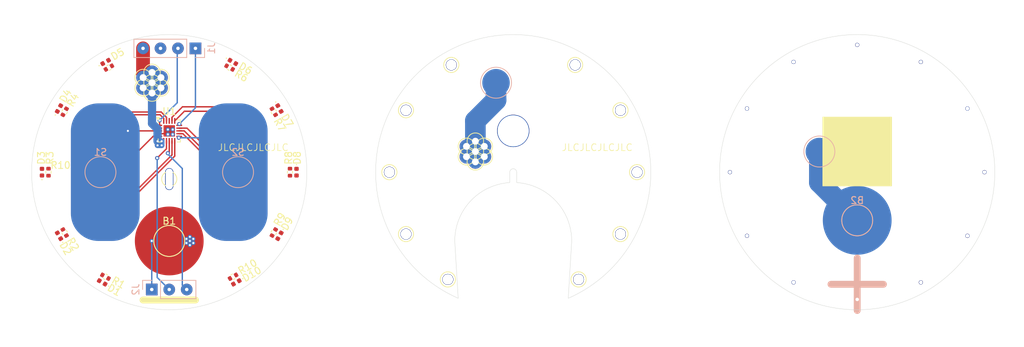
<source format=kicad_pcb>
(kicad_pcb (version 20240108) (generator "pcbnew") (generator_version "8.0")
  (layers (0 "F.Cu" signal) (31 "B.Cu" signal) (34 "B.Paste" user) (35 "F.Paste" user) (36 "B.SilkS" user "B.Silkscreen") (37 "F.SilkS" user "F.Silkscreen") (38 "B.Mask" user) (39 "F.Mask" user) (44 "Edge.Cuts" user))
  (net 0 "")
  (net 1 "GND")
  (net 2 "+3V0")
  (net 3 "Net-(D2-A)")
  (net 4 "Net-(D3-A)")
  (net 5 "Net-(D4-A)")
  (net 6 "Net-(D5-A)")
  (net 7 "Net-(D6-A)")
  (net 8 "Net-(D10-A)")
  (net 9 "Net-(D9-A)")
  (net 10 "Net-(D8-A)")
  (net 11 "/LED7")
  (net 12 "/LED6")
  (net 13 "/LED5")
  (net 14 "/LED4")
  (net 15 "/NRST")
  (net 16 "/SWIO")
  (net 17 "/LED10")
  (net 18 "/LED9")
  (net 19 "/LED8")
  (net 20 "/LED3")
  (net 21 "/LED2")
  (net 22 "/LED1")
  (net 25 "/RX")
  (net 26 "/TX")
  (net 27 "/touch2")
  (net 28 "/touch1")
  (net 29 "VSS")
  (footprint "TestPoint:TestPoint_THTPad_D1.0mm_Drill0.5mm" (layer "F.Cu") (at 133.97853 40.75 120)
    (property "Reference" "T51" (hide yes))
    (property "Value" "TestPoint_THTPad_D1.0mm_Drill0.5mm" (hide yes))
    (pad "1" thru_hole circle (at 0 0 120) (size 0.6 0.6) (drill 0.5) (layers "*.Cu" "*.Mask") (net 1 "GND"))
  )
  (footprint "TestPoint:TestPoint_THTPad_3.0x3.0mm_Drill1.5mm" (layer "F.Cu") (at 100 44)
    (property "Reference" "T1" (hide yes))
    (property "Value" "TestPoint_THTPad_3.0x3.0mm_Drill1.5mm" (hide yes))
    (fp_circle (center 0 0) (end 1.1 0) (stroke (width 0.12)) (fill none) (layer "F.SilkS"))
    (pad "1" thru_hole circle (at 0 0) (size 4.7 4.7) (drill 4.5) (layers "*.Cu" "*.Mask") (net 1 "GND"))
  )
  (footprint "TestPoint:TestPoint_THTPad_D1.0mm_Drill0.5mm" (layer "F.Cu") (at 150 68.5 -120)
    (property "Reference" "T47" (hide yes))
    (property "Value" "TestPoint_THTPad_D1.0mm_Drill0.5mm" (hide yes))
    (pad "1" thru_hole circle (at 0 0 240) (size 0.6 0.6) (drill 0.5) (layers "*.Cu" "*.Mask") (net 1 "GND"))
  )
  (footprint "Resistor_SMD:R_0402_1005Metric" (layer "F.Cu") (at 40.725 65.198745 150)
    (property "Reference" "R1" (at -1 0.2 150) (layer "F.SilkS") (effects (justify left)))
    (property "Value" "47R")
    (fp_line (start -0.153641 -0.38) (end 0.153641 -0.38) (stroke (width 0.12)) (layer "F.SilkS"))
    (fp_line (start -0.153641 0.38) (end 0.153641 0.38) (stroke (width 0.12)) (layer "F.SilkS"))
    (pad "1" smd roundrect (at -0.51 0 150) (size 0.54 0.64) (layers "F.Cu" "F.Paste" "F.Mask") (net 19 "/LED8"))
    (pad "2" smd roundrect (at 0.51 0 150) (size 0.54 0.64) (layers "F.Cu" "F.Paste" "F.Mask") (net 10 "Net-(D8-A)"))
  )
  (footprint "TestPoint:TestPoint_THTPad_D1.0mm_Drill0.5mm" (layer "F.Cu") (at 166.021469 40.75)
    (property "Reference" "T43" (hide yes))
    (property "Value" "TestPoint_THTPad_D1.0mm_Drill0.5mm" (hide yes))
    (pad "1" thru_hole circle (at 0 0) (size 0.6 0.6) (drill 0.5) (layers "*.Cu" "*.Mask") (net 1 "GND"))
  )
  (footprint "LED_SMD:LED_0402_1005Metric" (layer "F.Cu") (at 33.97853 59.25 120)
    (property "Reference" "D2" (at -0.999999 -0.1 120) (layer "F.SilkS") (effects (justify left)))
    (property "Value" "LED")
    (fp_circle (center -1.09 0) (end -1.04 0) (stroke (width 0.1)) (fill none) (layer "F.SilkS"))
    (pad "1" smd roundrect (at -0.485 0 120) (size 0.59 0.64) (layers "F.Cu" "F.Paste" "F.Mask") (net 1 "GND"))
    (pad "2" smd roundrect (at 0.485 0 120) (size 0.59 0.64) (layers "F.Cu" "F.Paste" "F.Mask") (net 9 "Net-(D9-A)"))
  )
  (footprint "TestPoint:TestPoint_THTPad_3.0x3.0mm_Drill1.5mm" (layer "F.Cu") (at 90.5 65.588457 -150)
    (property "Reference" "T18" (hide yes))
    (property "Value" "TestPoint_THTPad_3.0x3.0mm_Drill1.5mm" (hide yes))
    (fp_circle (center 0 0) (end 1.1 0) (stroke (width 0.12)) (fill none) (layer "F.SilkS"))
    (pad "1" thru_hole circle (at 0 0 210) (size 1.6 1.6) (drill 1.5) (layers "*.Cu" "*.Mask") (net 1 "GND"))
  )
  (footprint "TestPoint:TestPoint_THTPad_3.0x3.0mm_Drill1.5mm" (layer "F.Cu") (at 109.5 65.588457 -90)
    (property "Reference" "T16" (hide yes))
    (property "Value" "TestPoint_THTPad_3.0x3.0mm_Drill1.5mm" (hide yes))
    (fp_circle (center 0 0) (end 1.1 0) (stroke (width 0.12)) (fill none) (layer "F.SilkS"))
    (pad "1" thru_hole circle (at 0 0 270) (size 1.6 1.6) (drill 1.5) (layers "*.Cu" "*.Mask") (net 1 "GND"))
  )
  (footprint "TestPoint:TestPoint_THTPad_3.0x3.0mm_Drill1.5mm" (layer "F.Cu") (at 82 50 150)
    (property "Reference" "T20" (hide yes))
    (property "Value" "TestPoint_THTPad_3.0x3.0mm_Drill1.5mm" (hide yes))
    (fp_circle (center 0 0) (end 1.1 0) (stroke (width 0.12)) (fill none) (layer "F.SilkS"))
    (pad "1" thru_hole circle (at 0 0 150) (size 1.6 1.6) (drill 1.5) (layers "*.Cu" "*.Mask") (net 1 "GND"))
  )
  (footprint "TestPoint:TestPoint_THTPad_D2.0mm_Drill1.0mm" (layer "F.Cu") (at 94.5 45.5)
    (property "Reference" "T51" (hide yes))
    (property "Value" "TestPoint_THTPad_D2.0mm_Drill1.0mm" (hide yes))
    (fp_circle (center 0 0) (end 0 1.2) (stroke (width 0.12)) (fill none) (layer "F.SilkS"))
    (pad "1" thru_hole circle (at 0 0) (size 2 2) (drill 1) (layers "*.Cu" "*.Mask") (net 2 "+3V0"))
  )
  (footprint "Resistor_SMD:R_0402_1005Metric" (layer "F.Cu") (at 34.801254 58.775 120)
    (property "Reference" "R2" (at -1 0.2 120) (layer "F.SilkS") (effects (justify left)))
    (property "Value" "47R")
    (fp_line (start -0.153641 -0.38) (end 0.153641 -0.38) (stroke (width 0.12)) (layer "F.SilkS"))
    (fp_line (start -0.153641 0.38) (end 0.153641 0.38) (stroke (width 0.12)) (layer "F.SilkS"))
    (pad "1" smd roundrect (at -0.51 0 120) (size 0.54 0.64) (layers "F.Cu" "F.Paste" "F.Mask") (net 18 "/LED9"))
    (pad "2" smd roundrect (at 0.51 0 120) (size 0.54 0.64) (layers "F.Cu" "F.Paste" "F.Mask") (net 9 "Net-(D9-A)"))
  )
  (footprint "LED_SMD:LED_0402_1005Metric" (layer "F.Cu") (at 40.25 66.021469 150)
    (property "Reference" "D1" (at -1 -0.100001 150) (layer "F.SilkS") (effects (justify left)))
    (property "Value" "LED")
    (fp_circle (center -1.09 0) (end -1.04 0) (stroke (width 0.1)) (fill none) (layer "F.SilkS"))
    (pad "1" smd roundrect (at -0.485 0 150) (size 0.59 0.64) (layers "F.Cu" "F.Paste" "F.Mask") (net 1 "GND"))
    (pad "2" smd roundrect (at 0.485 0 150) (size 0.59 0.64) (layers "F.Cu" "F.Paste" "F.Mask") (net 10 "Net-(D8-A)"))
  )
  (footprint "TestPoint:TestPoint_THTPad_3.0x3.0mm_Drill1.5mm" (layer "F.Cu") (at 84.411542 59 180)
    (property "Reference" "T19" (hide yes))
    (property "Value" "TestPoint_THTPad_3.0x3.0mm_Drill1.5mm" (hide yes))
    (fp_circle (center 0 0) (end 1.1 0) (stroke (width 0.12)) (fill none) (layer "F.SilkS"))
    (pad "1" thru_hole circle (at 0 0 180) (size 1.6 1.6) (drill 1.5) (layers "*.Cu" "*.Mask") (net 1 "GND"))
  )
  (footprint "Package_DFN_QFN:QFN-20-1EP_3x3mm_P0.4mm_EP1.65x1.65mm" (layer "F.Cu") (at 50 44)
    (property "Reference" "U1" (at 0 -2.83 0) (layer "F.SilkS"))
    (property "Value" "WCH CH32V003F4U6")
    (fp_line (start -1.61 -1.16) (end -1.61 -1.37) (stroke (width 0.12)) (layer "F.SilkS"))
    (fp_line (start -1.61 1.61) (end -1.61 1.16) (stroke (width 0.12)) (layer "F.SilkS"))
    (fp_line (start -1.16 -1.61) (end -1.31 -1.61) (stroke (width 0.12)) (layer "F.SilkS"))
    (fp_line (start -1.16 1.61) (end -1.61 1.61) (stroke (width 0.12)) (layer "F.SilkS"))
    (fp_line (start 1.16 -1.61) (end 1.61 -1.61) (stroke (width 0.12)) (layer "F.SilkS"))
    (fp_line (start 1.16 1.61) (end 1.61 1.61) (stroke (width 0.12)) (layer "F.SilkS"))
    (fp_line (start 1.61 -1.61) (end 1.61 -1.16) (stroke (width 0.12)) (layer "F.SilkS"))
    (fp_line (start 1.61 1.61) (end 1.61 1.16) (stroke (width 0.12)) (layer "F.SilkS"))
    (fp_poly (pts (xy -1.61 -1.61) (xy -1.85 -1.94) (xy -1.37 -1.94) (xy -1.61 -1.61)) (stroke (width 0.12)) (fill solid) (layer "F.SilkS"))
    (pad "1" smd roundrect (at -1.45 -0.8) (size 0.85 0.2) (layers "F.Cu" "F.Paste" "F.Mask") (net 15 "/NRST"))
    (pad "2" smd roundrect (at -1.45 -0.4) (size 0.85 0.2) (layers "F.Cu" "F.Paste" "F.Mask"))
    (pad "3" smd roundrect (at -1.45 0) (size 0.85 0.2) (layers "F.Cu" "F.Paste" "F.Mask") (net 28 "/touch1"))
    (pad "4" smd roundrect (at -1.45 0.4) (size 0.85 0.2) (layers "F.Cu" "F.Paste" "F.Mask") (net 1 "GND"))
    (pad "5" smd roundrect (at -1.45 0.8) (size 0.85 0.2) (layers "F.Cu" "F.Paste" "F.Mask") (net 20 "/LED3"))
    (pad "6" smd roundrect (at -0.8 1.45) (size 0.2 0.85) (layers "F.Cu" "F.Paste" "F.Mask") (net 2 "+3V0"))
    (pad "7" smd roundrect (at -0.4 1.45) (size 0.2 0.85) (layers "F.Cu" "F.Paste" "F.Mask") (net 26 "/TX"))
    (pad "8" smd roundrect (at 0 1.45) (size 0.2 0.85) (layers "F.Cu" "F.Paste" "F.Mask") (net 25 "/RX"))
    (pad "9" smd roundrect (at 0.4 1.45) (size 0.2 0.85) (layers "F.Cu" "F.Paste" "F.Mask") (net 21 "/LED2"))
    (pad "10" smd roundrect (at 0.8 1.45) (size 0.2 0.85) (layers "F.Cu" "F.Paste" "F.Mask") (net 22 "/LED1"))
    (pad "11" smd roundrect (at 1.45 0.8) (size 0.85 0.2) (layers "F.Cu" "F.Paste" "F.Mask") (net 27 "/touch2"))
    (pad "12" smd roundrect (at 1.45 0.4) (size 0.85 0.2) (layers "F.Cu" "F.Paste" "F.Mask") (net 17 "/LED10"))
    (pad "13" smd roundrect (at 1.45 0) (size 0.85 0.2) (layers "F.Cu" "F.Paste" "F.Mask") (net 18 "/LED9"))
    (pad "14" smd roundrect (at 1.45 -0.4) (size 0.85 0.2) (layers "F.Cu" "F.Paste" "F.Mask") (net 19 "/LED8"))
    (pad "15" smd roundrect (at 1.45 -0.8) (size 0.85 0.2) (layers "F.Cu" "F.Paste" "F.Mask") (net 16 "/SWIO"))
    (pad "16" smd roundrect (at 0.8 -1.45) (size 0.2 0.85) (layers "F.Cu" "F.Paste" "F.Mask") (net 11 "/LED7"))
    (pad "17" smd roundrect (at 0.4 -1.45) (size 0.2 0.85) (layers "F.Cu" "F.Paste" "F.Mask") (net 12 "/LED6"))
    (pad "18" smd roundrect (at 0 -1.45) (size 0.2 0.85) (layers "F.Cu" "F.Paste" "F.Mask"))
    (pad "19" smd roundrect (at -0.4 -1.45) (size 0.2 0.85) (layers "F.Cu" "F.Paste" "F.Mask") (net 13 "/LED5"))
    (pad "20" smd roundrect (at -0.8 -1.45) (size 0.2 0.85) (layers "F.Cu" "F.Paste" "F.Mask") (net 14 "/LED4"))
    (pad "21" smd rect (at 0 0) (size 1.65 1.65) (property pad_prop_heatsink) (layers "F.Cu" "F.Mask") (net 29 "VSS"))
  )
  (footprint "TestPoint:TestPoint_THTPad_D2.0mm_Drill1.0mm" (layer "F.Cu") (at 95.799038 47.75 -120)
    (property "Reference" "T53" (hide yes))
    (property "Value" "TestPoint_THTPad_D2.0mm_Drill1.0mm" (hide yes))
    (fp_circle (center 0 0) (end 0 1.2) (stroke (width 0.12)) (fill none) (layer "F.SilkS"))
    (pad "1" thru_hole circle (at 0 0 240) (size 2 2) (drill 1) (layers "*.Cu" "*.Mask") (net 2 "+3V0"))
  )
  (footprint "TestPoint:TestPoint_THTPad_D2.0mm_Drill1.0mm" (layer "F.Cu") (at 47.5 37)
    (property "Reference" "T51" (hide yes))
    (property "Value" "TestPoint_THTPad_D2.0mm_Drill1.0mm" (hide yes))
    (fp_circle (center 0 0) (end 0 1.2) (stroke (width 0.12)) (fill none) (layer "F.SilkS"))
    (pad "1" thru_hole circle (at 0 0) (size 2 2) (drill 1) (layers "*.Cu" "*.Mask") (net 2 "+3V0"))
  )
  (footprint "TestPoint:TestPoint_THTPad_3.0x3.0mm_Drill1.5mm" (layer "F.Cu") (at 84.411542 41 120)
    (property "Reference" "T21" (hide yes))
    (property "Value" "TestPoint_THTPad_3.0x3.0mm_Drill1.5mm" (hide yes))
    (fp_circle (center 0 0) (end 1.1 0) (stroke (width 0.12)) (fill none) (layer "F.SilkS"))
    (pad "1" thru_hole circle (at 0 0 120) (size 1.6 1.6) (drill 1.5) (layers "*.Cu" "*.Mask") (net 1 "GND"))
  )
  (footprint "TestPoint:TestPoint_THTPad_D2.0mm_Drill1.0mm" (layer "F.Cu") (at 94.5 48.5 180)
    (property "Reference" "T54" (hide yes))
    (property "Value" "TestPoint_THTPad_D2.0mm_Drill1.0mm" (hide yes))
    (fp_circle (center 0 0) (end 0 1.2) (stroke (width 0.12)) (fill none) (layer "F.SilkS"))
    (pad "1" thru_hole circle (at 0 0 180) (size 2 2) (drill 1) (layers "*.Cu" "*.Mask") (net 2 "+3V0"))
  )
  (footprint "TestPoint:TestPoint_THTPad_D1.0mm_Drill0.5mm" (layer "F.Cu") (at 150 31.5 60)
    (property "Reference" "T41" (hide yes))
    (property "Value" "TestPoint_THTPad_D1.0mm_Drill0.5mm" (hide yes))
    (pad "1" thru_hole circle (at 0 0 60) (size 0.6 0.6) (drill 0.5) (layers "*.Cu" "*.Mask") (net 1 "GND"))
  )
  (footprint "TestPoint:TestPoint_THTPad_D1.0mm_Drill0.5mm" (layer "F.Cu") (at 131.5 50 150)
    (property "Reference" "T50" (hide yes))
    (property "Value" "TestPoint_THTPad_D1.0mm_Drill0.5mm" (hide yes))
    (pad "1" thru_hole circle (at 0 0 150) (size 0.6 0.6) (drill 0.5) (layers "*.Cu" "*.Mask") (net 1 "GND"))
  )
  (footprint "TestPoint:TestPoint_THTPad_D2.0mm_Drill1.0mm" (layer "F.Cu") (at 95.799038 46.25 -60)
    (property "Reference" "T52" (hide yes))
    (property "Value" "TestPoint_THTPad_D2.0mm_Drill1.0mm" (hide yes))
    (fp_circle (center 0 0) (end 0 1.2) (stroke (width 0.12)) (fill none) (layer "F.SilkS"))
    (pad "1" thru_hole circle (at 0 0 300) (size 2 2) (drill 1) (layers "*.Cu" "*.Mask") (net 2 "+3V0"))
  )
  (footprint "TestPoint:TestPoint_THTPad_3.0x3.0mm_Drill1.5mm" (layer "F.Cu") (at 115.588457 41)
    (property "Reference" "T13" (hide yes))
    (property "Value" "TestPoint_THTPad_3.0x3.0mm_Drill1.5mm" (hide yes))
    (fp_circle (center 0 0) (end 1.1 0) (stroke (width 0.12)) (fill none) (layer "F.SilkS"))
    (pad "1" thru_hole circle (at 0 0) (size 1.6 1.6) (drill 1.5) (layers "*.Cu" "*.Mask") (net 1 "GND"))
  )
  (footprint "Resistor_SMD:R_0402_1005Metric" (layer "F.Cu") (at 59.275 65.198745 -150)
    (property "Reference" "R10" (at -1 0.2 210) (layer "F.SilkS") (effects (justify left)))
    (property "Value" "47R")
    (fp_line (start -0.153641 0.38) (end 0.153641 0.38) (stroke (width 0.12)) (layer "F.SilkS"))
    (fp_line (start -0.153641 -0.38) (end 0.153641 -0.38) (stroke (width 0.12)) (layer "F.SilkS"))
    (pad "1" smd roundrect (at -0.51 0 210) (size 0.54 0.64) (layers "F.Cu" "F.Paste" "F.Mask") (net 12 "/LED6"))
    (pad "2" smd roundrect (at 0.51 0 210) (size 0.54 0.64) (layers "F.Cu" "F.Paste" "F.Mask") (net 7 "Net-(D6-A)"))
  )
  (footprint "TestPoint:TestPoint_THTPad_3.0x3.0mm_Drill1.5mm" (layer "F.Cu") (at 91 34.411542 90)
    (property "Reference" "T22" (hide yes))
    (property "Value" "TestPoint_THTPad_3.0x3.0mm_Drill1.5mm" (hide yes))
    (fp_circle (center 0 0) (end 1.1 0) (stroke (width 0.12)) (fill none) (layer "F.SilkS"))
    (pad "1" thru_hole circle (at 0 0 90) (size 1.6 1.6) (drill 1.5) (layers "*.Cu" "*.Mask") (net 1 "GND"))
  )
  (footprint "TestPoint:TestPoint_THTPad_D2.0mm_Drill1.0mm" (layer "F.Cu") (at 46.200961 37.75 120)
    (property "Reference" "T55" (hide yes))
    (property "Value" "TestPoint_THTPad_D2.0mm_Drill1.0mm" (hide yes))
    (fp_circle (center 0 0) (end 0 1.2) (stroke (width 0.12)) (fill none) (layer "F.SilkS"))
    (pad "1" thru_hole circle (at 0 0 120) (size 2 2) (drill 1) (layers "*.Cu" "*.Mask") (net 2 "+3V0"))
  )
  (footprint "Resistor_SMD:R_0402_1005Metric" (layer "F.Cu") (at 32.45 50 90)
    (property "Reference" "R10" (at 1 0.2 180) (layer "F.SilkS") (effects (justify left)))
    (property "Value" "47R")
    (fp_line (start -0.153641 -0.38) (end 0.153641 -0.38) (stroke (width 0.12)) (layer "F.SilkS"))
    (fp_line (start -0.153641 0.38) (end 0.153641 0.38) (stroke (width 0.12)) (layer "F.SilkS"))
    (pad "1" smd roundrect (at -0.51 0 90) (size 0.54 0.64) (layers "F.Cu" "F.Paste" "F.Mask") (net 17 "/LED10"))
    (pad "2" smd roundrect (at 0.51 0 90) (size 0.54 0.64) (layers "F.Cu" "F.Paste" "F.Mask") (net 8 "Net-(D10-A)"))
  )
  (footprint "TestPoint:TestPoint_THTPad_D2.0mm_Drill1.0mm" (layer "F.Cu") (at 48.799038 37.75 -120)
    (property "Reference" "T53" (hide yes))
    (property "Value" "TestPoint_THTPad_D2.0mm_Drill1.0mm" (hide yes))
    (fp_circle (center 0 0) (end 0 1.2) (stroke (width 0.12)) (fill none) (layer "F.SilkS"))
    (pad "1" thru_hole circle (at 0 0 240) (size 2 2) (drill 1) (layers "*.Cu" "*.Mask") (net 2 "+3V0"))
  )
  (footprint "TestPoint:TestPoint_THTPad_D2.0mm_Drill1.0mm" (layer "F.Cu") (at 93.200961 46.25 60)
    (property "Reference" "T56" (hide yes))
    (property "Value" "TestPoint_THTPad_D2.0mm_Drill1.0mm" (hide yes))
    (fp_circle (center 0 0) (end 0 1.2) (stroke (width 0.12)) (fill none) (layer "F.SilkS"))
    (pad "1" thru_hole circle (at 0 0 60) (size 2 2) (drill 1) (layers "*.Cu" "*.Mask") (net 2 "+3V0"))
  )
  (footprint "LED_SMD:LED_0402_1005Metric" (layer "F.Cu") (at 59.25 33.97853 -30)
    (property "Reference" "D6" (at 0.999999 -0.1 330) (layer "F.SilkS") (effects (justify left)))
    (property "Value" "LED")
    (fp_circle (center -1.09 0) (end -1.04 0) (stroke (width 0.1)) (fill none) (layer "F.SilkS"))
    (pad "1" smd roundrect (at -0.485 0 330) (size 0.59 0.64) (layers "F.Cu" "F.Paste" "F.Mask") (net 1 "GND"))
    (pad "2" smd roundrect (at 0.485 0 330) (size 0.59 0.64) (layers "F.Cu" "F.Paste" "F.Mask") (net 3 "Net-(D2-A)"))
  )
  (footprint "Resistor_SMD:R_0402_1005Metric" (layer "F.Cu") (at 67.55 50 -90)
    (property "Reference" "R8" (at -1 0.2 270) (layer "F.SilkS") (effects (justify left)))
    (property "Value" "47R")
    (fp_line (start -0.153641 0.38) (end 0.153641 0.38) (stroke (width 0.12)) (layer "F.SilkS"))
    (fp_line (start -0.153641 -0.38) (end 0.153641 -0.38) (stroke (width 0.12)) (layer "F.SilkS"))
    (pad "1" smd roundrect (at -0.51 0 270) (size 0.54 0.64) (layers "F.Cu" "F.Paste" "F.Mask") (net 14 "/LED4"))
    (pad "2" smd roundrect (at 0.51 0 270) (size 0.54 0.64) (layers "F.Cu" "F.Paste" "F.Mask") (net 5 "Net-(D4-A)"))
  )
  (footprint "Resistor_SMD:R_0402_1005Metric" (layer "F.Cu") (at 34.801254 41.225 60)
    (property "Reference" "R4" (at 1 0.2 60) (layer "F.SilkS") (effects (justify left)))
    (property "Value" "47R")
    (fp_line (start -0.153641 -0.38) (end 0.153641 -0.38) (stroke (width 0.12)) (layer "F.SilkS"))
    (fp_line (start -0.153641 0.38) (end 0.153641 0.38) (stroke (width 0.12)) (layer "F.SilkS"))
    (pad "1" smd roundrect (at -0.51 0 60) (size 0.54 0.64) (layers "F.Cu" "F.Paste" "F.Mask"))
    (pad "2" smd roundrect (at 0.51 0 60) (size 0.54 0.64) (layers "F.Cu" "F.Paste" "F.Mask"))
  )
  (footprint "TestPoint:TestPoint_THTPad_D1.0mm_Drill0.5mm" (layer "F.Cu") (at 140.75 66.021469 -150)
    (property "Reference" "T48" (hide yes))
    (property "Value" "TestPoint_THTPad_D1.0mm_Drill0.5mm" (hide yes))
    (pad "1" thru_hole circle (at 0 0 210) (size 0.6 0.6) (drill 0.5) (layers "*.Cu" "*.Mask") (net 1 "GND"))
  )
  (footprint "TestPoint:TestPoint_THTPad_D1.0mm_Drill0.5mm" (layer "F.Cu") (at 168.5 50 -30)
    (property "Reference" "T44" (hide yes))
    (property "Value" "TestPoint_THTPad_D1.0mm_Drill0.5mm" (hide yes))
    (pad "1" thru_hole circle (at 0 0 330) (size 0.6 0.6) (drill 0.5) (layers "*.Cu" "*.Mask") (net 1 "GND"))
  )
  (footprint "Resistor_SMD:R_0402_1005Metric" (layer "F.Cu") (at 41.225 34.801254 30)
    (property "Reference" "R3" (at -14.525541 8.008975 90) (layer "F.SilkS") (effects (justify left)))
    (property "Value" "47R")
    (fp_line (start -0.153641 -0.38) (end 0.153641 -0.38) (stroke (width 0.12)) (layer "F.SilkS"))
    (fp_line (start -0.153641 0.38) (end 0.153641 0.38) (stroke (width 0.12)) (layer "F.SilkS"))
    (pad "1" smd roundrect (at -0.51 0 30) (size 0.54 0.64) (layers "F.Cu" "F.Paste" "F.Mask"))
    (pad "2" smd roundrect (at 0.51 0 30) (size 0.54 0.64) (layers "F.Cu" "F.Paste" "F.Mask"))
  )
  (footprint "TestPoint:TestPoint_THTPad_D1.0mm_Drill0.5mm" (layer "F.Cu") (at 166.021469 59.25 -60)
    (property "Reference" "T45" (hide yes))
    (property "Value" "TestPoint_THTPad_D1.0mm_Drill0.5mm" (hide yes))
    (pad "1" thru_hole circle (at 0 0 300) (size 0.6 0.6) (drill 0.5) (layers "*.Cu" "*.Mask") (net 1 "GND"))
  )
  (footprint "TestPoint:TestPoint_THTPad_D2.0mm_Drill1.0mm" (layer "F.Cu") (at 47.5 35.5)
    (property "Reference" "T51" (hide yes))
    (property "Value" "TestPoint_THTPad_D2.0mm_Drill1.0mm" (hide yes))
    (fp_circle (center 0 0) (end 0 1.2) (stroke (width 0.12)) (fill none) (layer "F.SilkS"))
    (pad "1" thru_hole circle (at 0 0) (size 2 2) (drill 1) (layers "*.Cu" "*.Mask") (net 2 "+3V0"))
  )
  (footprint "LED_SMD:LED_0402_1005Metric" (layer "F.Cu") (at 59.75 66.021469 -150)
    (property "Reference" "D10" (at -0.999999 -0.1 210) (layer "F.SilkS") (effects (justify left)))
    (property "Value" "LED")
    (fp_circle (center -1.09 0) (end -1.04 0) (stroke (width 0.1)) (fill none) (layer "F.SilkS"))
    (pad "1" smd roundrect (at -0.485 0 210) (size 0.59 0.64) (layers "F.Cu" "F.Paste" "F.Mask") (net 1 "GND"))
    (pad "2" smd roundrect (at 0.485 0 210) (size 0.59 0.64) (layers "F.Cu" "F.Paste" "F.Mask") (net 7 "Net-(D6-A)"))
  )
  (footprint "TestPoint:TestPoint_THTPad_3.0x3.0mm_Drill1.5mm" (layer "F.Cu") (at 118 50 -30)
    (property "Reference" "T14" (hide yes))
    (property "Value" "TestPoint_THTPad_3.0x3.0mm_Drill1.5mm" (hide yes))
    (fp_circle (center 0 0) (end 1.1 0) (stroke (width 0.12)) (fill none) (layer "F.SilkS"))
    (pad "1" thru_hole circle (at 0 0 330) (size 1.6 1.6) (drill 1.5) (layers "*.Cu" "*.Mask") (net 1 "GND"))
  )
  (footprint "TestPoint:TestPoint_THTPad_3.0x3.0mm_Drill1.5mm" (layer "F.Cu") (at 115.588457 59 -60)
    (property "Reference" "T15" (hide yes))
    (property "Value" "TestPoint_THTPad_3.0x3.0mm_Drill1.5mm" (hide yes))
    (fp_circle (center 0 0) (end 1.1 0) (stroke (width 0.12)) (fill none) (layer "F.SilkS"))
    (pad "1" thru_hole circle (at 0 0 300) (size 1.6 1.6) (drill 1.5) (layers "*.Cu" "*.Mask") (net 1 "GND"))
  )
  (footprint "TestPoint:TestPoint_THTPad_D2.0mm_Drill1.0mm" (layer "F.Cu") (at 46.200961 36.25 60)
    (property "Reference" "T56" (hide yes))
    (property "Value" "TestPoint_THTPad_D2.0mm_Drill1.0mm" (hide yes))
    (fp_circle (center 0 0) (end 0 1.2) (stroke (width 0.12)) (fill none) (layer "F.SilkS"))
    (pad "1" thru_hole circle (at 0 0 60) (size 2 2) (drill 1) (layers "*.Cu" "*.Mask") (net 2 "+3V0"))
  )
  (footprint "TestPoint:TestPoint_THTPad_D2.0mm_Drill1.0mm" (layer "F.Cu") (at 48.799038 36.25 -60)
    (property "Reference" "T52" (hide yes))
    (property "Value" "TestPoint_THTPad_D2.0mm_Drill1.0mm" (hide yes))
    (fp_circle (center 0 0) (end 0 1.2) (stroke (width 0.12)) (fill none) (layer "F.SilkS"))
    (pad "1" thru_hole circle (at 0 0 300) (size 2 2) (drill 1) (layers "*.Cu" "*.Mask") (net 2 "+3V0"))
  )
  (footprint "TestPoint:TestPoint_THTPad_D2.0mm_Drill1.0mm" (layer "F.Cu") (at 94.5 47)
    (property "Reference" "T51" (hide yes))
    (property "Value" "TestPoint_THTPad_D2.0mm_Drill1.0mm" (hide yes))
    (fp_circle (center 0 0) (end 0 1.2) (stroke (width 0.12)) (fill none) (layer "F.SilkS"))
    (pad "1" thru_hole circle (at 0 0) (size 2 2) (drill 1) (layers "*.Cu" "*.Mask") (net 2 "+3V0"))
  )
  (footprint "TestPoint:TestPoint_THTPad_3.0x3.0mm_Drill1.5mm" (layer "F.Cu") (at 109 34.411542 30)
    (property "Reference" "T12" (hide yes))
    (property "Value" "TestPoint_THTPad_3.0x3.0mm_Drill1.5mm" (hide yes))
    (fp_circle (center 0 0) (end 1.1 0) (stroke (width 0.12)) (fill none) (layer "F.SilkS"))
    (pad "1" thru_hole circle (at 0 0 30) (size 1.6 1.6) (drill 1.5) (layers "*.Cu" "*.Mask") (net 1 "GND"))
  )
  (footprint "Resistor_SMD:R_0402_1005Metric" (layer "F.Cu") (at 58.775 34.801254 -30)
    (property "Reference" "R6" (at 1 0.2 330) (layer "F.SilkS") (effects (justify left)))
    (property "Value" "47R")
    (fp_line (start -0.153641 0.38) (end 0.153641 0.38) (stroke (width 0.12)) (layer "F.SilkS"))
    (fp_line (start -0.153641 -0.38) (end 0.153641 -0.38) (stroke (width 0.12)) (layer "F.SilkS"))
    (pad "1" smd roundrect (at -0.51 0 330) (size 0.54 0.64) (layers "F.Cu" "F.Paste" "F.Mask") (net 21 "/LED2"))
    (pad "2" smd roundrect (at 0.51 0 330) (size 0.54 0.64) (layers "F.Cu" "F.Paste" "F.Mask") (net 3 "Net-(D2-A)"))
  )
  (footprint "TestPoint:TestPoint_THTPad_D1.0mm_Drill0.5mm" (layer "F.Cu") (at 159.25 66.021469 -90)
    (property "Reference" "T46" (hide yes))
    (property "Value" "TestPoint_THTPad_D1.0mm_Drill0.5mm" (hide yes))
    (pad "1" thru_hole circle (at 0 0 270) (size 0.6 0.6) (drill 0.5) (layers "*.Cu" "*.Mask") (net 1 "GND"))
  )
  (footprint "TestPoint:TestPoint_Pad_D4.0mm" (layer "F.Cu") (at 50 60)
    (property "Reference" "-" (at 0 7.818 0) (layer "F.SilkS") (effects (font (size 10 10) (thickness 1))))
    (property "Value" "BAT-")
    (fp_circle (center 0 0) (end 0 2.25) (stroke (width 0.12)) (fill none) (layer "F.SilkS"))
    (pad "1" smd circle (at 0 0) (size 10 10) (layers "F.Cu" "F.Mask") (net 1 "GND"))
  )
  (footprint "TestPoint:TestPoint_THTPad_D2.0mm_Drill1.0mm" (layer "F.Cu") (at 47.5 38.5 180)
    (property "Reference" "T54" (hide yes))
    (property "Value" "TestPoint_THTPad_D2.0mm_Drill1.0mm" (hide yes))
    (fp_circle (center 0 0) (end 0 1.2) (stroke (width 0.12)) (fill none) (layer "F.SilkS"))
    (pad "1" thru_hole circle (at 0 0 180) (size 2 2) (drill 1) (layers "*.Cu" "*.Mask") (net 2 "+3V0"))
  )
  (footprint "Resistor_SMD:R_0402_1005Metric" (layer "F.Cu") (at 65.198745 58.775 -120)
    (property "Reference" "R9" (at -1 0.2 240) (layer "F.SilkS") (effects (justify left)))
    (property "Value" "47R")
    (fp_line (start -0.153641 0.38) (end 0.153641 0.38) (stroke (width 0.12)) (layer "F.SilkS"))
    (fp_line (start -0.153641 -0.38) (end 0.153641 -0.38) (stroke (width 0.12)) (layer "F.SilkS"))
    (pad "1" smd roundrect (at -0.51 0 240) (size 0.54 0.64) (layers "F.Cu" "F.Paste" "F.Mask") (net 13 "/LED5"))
    (pad "2" smd roundrect (at 0.51 0 240) (size 0.54 0.64) (layers "F.Cu" "F.Paste" "F.Mask") (net 6 "Net-(D5-A)"))
  )
  (footprint "TestPoint:TestPoint_THTPad_3.0x3.0mm_Drill1.5mm" (layer "F.Cu") (at 50 51)
    (property "Reference" "T1" (hide yes))
    (property "Value" "TestPoint_THTPad_3.0x3.0mm_Drill1.5mm" (hide yes))
    (fp_circle (center 0 0) (end 1.1 0) (stroke (width 0.12)) (fill none) (layer "F.SilkS"))
    (pad "1" thru_hole oval (at 0 0) (size 1.2 3.2) (drill oval 1 3) (layers "*.Cu" "*.Mask") (net 1 "GND"))
  )
  (footprint "TestPoint:TestPoint_THTPad_D1.0mm_Drill0.5mm" (layer "F.Cu") (at 140.75 33.97853 60)
    (property "Reference" "T52" (hide yes))
    (property "Value" "TestPoint_THTPad_D1.0mm_Drill0.5mm" (hide yes))
    (pad "1" thru_hole circle (at 0 0 60) (size 0.6 0.6) (drill 0.5) (layers "*.Cu" "*.Mask") (net 1 "GND"))
  )
  (footprint "LED_SMD:LED_0402_1005Metric" (layer "F.Cu") (at 40.75 33.97853 30)
    (property "Reference" "D5" (at 1 -0.100001 30) (layer "F.SilkS") (effects (justify left)))
    (property "Value" "LED")
    (fp_circle (center -1.09 0) (end -1.04 0) (stroke (width 0.1)) (fill none) (layer "F.SilkS"))
    (pad "1" smd roundrect (at -0.485 0 30) (size 0.59 0.64) (layers "F.Cu" "F.Paste" "F.Mask"))
    (pad "2" smd roundrect (at 0.485 0 30) (size 0.59 0.64) (layers "F.Cu" "F.Paste" "F.Mask"))
  )
  (footprint "TestPoint:TestPoint_THTPad_D2.0mm_Drill1.0mm" (layer "F.Cu") (at 93.200961 47.75 120)
    (property "Reference" "T55" (hide yes))
    (property "Value" "TestPoint_THTPad_D2.0mm_Drill1.0mm" (hide yes))
    (fp_circle (center 0 0) (end 0 1.2) (stroke (width 0.12)) (fill none) (layer "F.SilkS"))
    (pad "1" thru_hole circle (at 0 0 120) (size 2 2) (drill 1) (layers "*.Cu" "*.Mask") (net 2 "+3V0"))
  )
  (footprint "LED_SMD:LED_0402_1005Metric" (layer "F.Cu") (at 66.021469 59.25 -120)
    (property "Reference" "D9" (at -1 -0.100001 240) (layer "F.SilkS") (effects (justify left)))
    (property "Value" "LED")
    (fp_circle (center -1.09 0) (end -1.04 0) (stroke (width 0.1)) (fill none) (layer "F.SilkS"))
    (pad "1" smd roundrect (at -0.485 0 240) (size 0.59 0.64) (layers "F.Cu" "F.Paste" "F.Mask") (net 1 "GND"))
    (pad "2" smd roundrect (at 0.485 0 240) (size 0.59 0.64) (layers "F.Cu" "F.Paste" "F.Mask") (net 6 "Net-(D5-A)"))
  )
  (footprint "TestPoint:TestPoint_Pad_D4.0mm" (layer "F.Cu") (at 50 60)
    (property "Reference" "B1" (at 0 -2.898 0) (layer "F.SilkS"))
    (property "Value" "BAT-")
    (fp_circle (center 0 0) (end 0 2.25) (stroke (width 0.12)) (fill none) (layer "F.SilkS"))
    (pad "1" smd circle (at 0 0) (size 4 4) (layers "F.Cu" "F.Mask") (net 1 "GND"))
  )
  (footprint "Resistor_SMD:R_0402_1005Metric" (layer "F.Cu") (at 65.198745 41.225 -60)
    (property "Reference" "R7" (at 0.999999 0.200001 300) (layer "F.SilkS") (effects (justify left)))
    (property "Value" "47R")
    (fp_line (start -0.153641 0.38) (end 0.153641 0.38) (stroke (width 0.12)) (layer "F.SilkS"))
    (fp_line (start -0.153641 -0.38) (end 0.153641 -0.38) (stroke (width 0.12)) (layer "F.SilkS"))
    (pad "1" smd roundrect (at -0.51 0 300) (size 0.54 0.64) (layers "F.Cu" "F.Paste" "F.Mask") (net 20 "/LED3"))
    (pad "2" smd roundrect (at 0.51 0 300) (size 0.54 0.64) (layers "F.Cu" "F.Paste" "F.Mask") (net 4 "Net-(D3-A)"))
  )
  (footprint "LED_SMD:LED_0402_1005Metric" (layer "F.Cu") (at 31.5 50 90)
    (property "Reference" "D3" (at 1 -0.1 90) (layer "F.SilkS") (effects (justify left)))
    (property "Value" "LED")
    (fp_circle (center -1.09 0) (end -1.04 0) (stroke (width 0.1)) (fill none) (layer "F.SilkS"))
    (pad "1" smd roundrect (at -0.485 0 90) (size 0.59 0.64) (layers "F.Cu" "F.Paste" "F.Mask") (net 1 "GND"))
    (pad "2" smd roundrect (at 0.485 0 90) (size 0.59 0.64) (layers "F.Cu" "F.Paste" "F.Mask") (net 8 "Net-(D10-A)"))
  )
  (footprint "LED_SMD:LED_0402_1005Metric" (layer "F.Cu") (at 33.97853 40.75 60)
    (property "Reference" "D4" (at 0.999999 -0.1 60) (layer "F.SilkS") (effects (justify left)))
    (property "Value" "LED")
    (fp_circle (center -1.09 0) (end -1.04 0) (stroke (width 0.1)) (fill none) (layer "F.SilkS"))
    (pad "1" smd roundrect (at -0.485 0 60) (size 0.59 0.64) (layers "F.Cu" "F.Paste" "F.Mask"))
    (pad "2" smd roundrect (at 0.485 0 60) (size 0.59 0.64) (layers "F.Cu" "F.Paste" "F.Mask"))
  )
  (footprint "LED_SMD:LED_0402_1005Metric" (layer "F.Cu") (at 66.021469 40.75 -60)
    (property "Reference" "D7" (at 1 -0.100001 300) (layer "F.SilkS") (effects (justify left)))
    (property "Value" "LED")
    (fp_circle (center -1.09 0) (end -1.04 0) (stroke (width 0.1)) (fill none) (layer "F.SilkS"))
    (pad "1" smd roundrect (at -0.485 0 300) (size 0.59 0.64) (layers "F.Cu" "F.Paste" "F.Mask") (net 1 "GND"))
    (pad "2" smd roundrect (at 0.485 0 300) (size 0.59 0.64) (layers "F.Cu" "F.Paste" "F.Mask") (net 4 "Net-(D3-A)"))
  )
  (footprint "LED_SMD:LED_0402_1005Metric" (layer "F.Cu") (at 68.5 50 -90)
    (property "Reference" "D8" (at -1 -0.1 270) (layer "F.SilkS") (effects (justify left)))
    (property "Value" "LED")
    (fp_circle (center -1.09 0) (end -1.04 0) (stroke (width 0.1)) (fill none) (layer "F.SilkS"))
    (pad "1" smd roundrect (at -0.485 0 270) (size 0.59 0.64) (layers "F.Cu" "F.Paste" "F.Mask") (net 1 "GND"))
    (pad "2" smd roundrect (at 0.485 0 270) (size 0.59 0.64) (layers "F.Cu" "F.Paste" "F.Mask") (net 5 "Net-(D4-A)"))
  )
  (footprint "TestPoint:TestPoint_THTPad_D1.0mm_Drill0.5mm" (layer "F.Cu") (at 133.97853 59.25 180)
    (property "Reference" "T49" (hide yes))
    (property "Value" "TestPoint_THTPad_D1.0mm_Drill0.5mm" (hide yes))
    (pad "1" thru_hole circle (at 0 0 180) (size 0.6 0.6) (drill 0.5) (layers "*.Cu" "*.Mask") (net 1 "GND"))
  )
  (footprint "TestPoint:TestPoint_THTPad_D1.0mm_Drill0.5mm" (layer "F.Cu") (at 159.25 33.97853 30)
    (property "Reference" "T42" (hide yes))
    (property "Value" "TestPoint_THTPad_D1.0mm_Drill0.5mm" (hide yes))
    (pad "1" thru_hole circle (at 0 0 30) (size 0.6 0.6) (drill 0.5) (layers "*.Cu" "*.Mask") (net 1 "GND"))
  )
  (footprint "TestPoint:TestPoint_Pad_D4.0mm" (layer "B.Cu") (at 97.5 37 180)
    (property "Reference" "REF**" (hide yes))
    (property "Value" "TestPoint_Pad_D4.0mm" (hide yes))
    (fp_circle (center 0 0) (end 0 -2.25) (stroke (width 0.12)) (fill none) (layer "B.SilkS"))
    (pad "1" smd circle (at 0 0 180) (size 4 4) (layers "B.Cu" "B.Mask") (net 2 "+3V0"))
  )
  (footprint "TestPoint:TestPoint_Pad_D4.0mm" (layer "B.Cu") (at 144.5 47 180)
    (property "Reference" "REF**" (hide yes))
    (property "Value" "TestPoint_Pad_D4.0mm" (hide yes))
    (fp_circle (center 0 0) (end 0 -2.25) (stroke (width 0.12)) (fill none) (layer "B.SilkS"))
    (pad "1" smd circle (at 0 0 180) (size 4 4) (layers "B.Cu" "B.Mask") (net 2 "+3V0"))
  )
  (footprint "TestPoint:TestPoint_Pad_D4.0mm" (layer "B.Cu") (at 60 50 180)
    (property "Reference" "S2" (at 0 2.898 0) (layer "B.SilkS") (effects (justify mirror)))
    (property "Value" "touch")
    (fp_circle (center 0 0) (end 0 -2.25) (stroke (width 0.12)) (fill none) (layer "B.SilkS"))
    (pad "1" smd roundrect (at 0.7 0 180) (size 10 20) (layers "B.Cu" "B.Mask") (roundrect_rratio 0.4) (net 27 "/touch2"))
  )
  (footprint "Connector_PinHeader_2.54mm:PinHeader_1x03_P2.54mm_Vertical" (layer "B.Cu") (at 47.46 67.056 -90)
    (property "Reference" "J2" (at 0 2.33 90) (layer "B.SilkS") (effects (justify mirror)))
    (property "Value" "Conn_01x03")
    (fp_line (start -1.33 1.33) (end -1.33 0) (stroke (width 0.12)) (layer "B.SilkS"))
    (fp_line (start 0 1.33) (end -1.33 1.33) (stroke (width 0.12)) (layer "B.SilkS"))
    (fp_line (start 1.33 -1.27) (end -1.33 -1.27) (stroke (width 0.12)) (layer "B.SilkS"))
    (fp_line (start -1.33 -6.41) (end -1.33 -1.27) (stroke (width 0.12)) (layer "B.SilkS"))
    (fp_line (start 1.33 -6.41) (end 1.33 -1.27) (stroke (width 0.12)) (layer "B.SilkS"))
    (fp_line (start 1.33 -6.41) (end -1.33 -6.41) (stroke (width 0.12)) (layer "B.SilkS"))
    (pad "1" thru_hole rect (at 0 0 270) (size 1.7 1.7) (drill 0.5) (layers "*.Cu" "*.Mask") (net 1 "GND"))
    (pad "2" thru_hole oval (at 0 -2.54 270) (size 1.7 1.7) (drill 0.5) (layers "*.Cu" "*.Mask") (net 26 "/TX"))
    (pad "3" thru_hole oval (at 0 -5.08 270) (size 1.7 1.7) (drill 0.5) (layers "*.Cu" "*.Mask") (net 25 "/RX"))
  )
  (footprint "TestPoint:TestPoint_Pad_D4.0mm" (layer "B.Cu") (at 40 50 180)
    (property "Reference" "S1" (at 0 2.898 0) (layer "B.SilkS") (effects (justify mirror)))
    (property "Value" "touch")
    (fp_circle (center 0 0) (end 0 -2.25) (stroke (width 0.12)) (fill none) (layer "B.SilkS"))
    (pad "1" smd roundrect (at -0.7 0 180) (size 10 20) (layers "B.Cu" "B.Mask") (roundrect_rratio 0.4) (net 28 "/touch1"))
  )
  (footprint "TestPoint:TestPoint_Pad_D4.0mm" (layer "B.Cu") (at 150 57 180)
    (property "Reference" "+" (at 0 -8.532 0) (layer "B.SilkS") (effects (font (size 10 10) (thickness 1)) (justify mirror)))
    (property "Value" "BAT+")
    (fp_circle (center 0 0) (end 0 -2.25) (stroke (width 0.12)) (fill none) (layer "B.SilkS"))
    (pad "1" smd circle (at 0 0 180) (size 10 10) (layers "B.Cu" "B.Mask") (net 2 "+3V0"))
  )
  (footprint "TestPoint:TestPoint_Pad_D4.0mm" (layer "B.Cu") (at 150 57 180)
    (property "Reference" "B2" (at 0 2.898 0) (layer "B.SilkS") (effects (justify mirror)))
    (property "Value" "BAT+")
    (fp_circle (center 0 0) (end 0 -2.25) (stroke (width 0.12)) (fill none) (layer "B.SilkS"))
    (pad "1" smd circle (at 0 0 180) (size 4 4) (layers "B.Cu" "B.Mask") (net 2 "+3V0"))
  )
  (footprint "Connector_PinHeader_2.54mm:PinHeader_1x04_P2.54mm_Vertical" (layer "B.Cu") (at 53.81 32.004 90)
    (property "Reference" "J1" (at 0 2.33 90) (layer "B.SilkS") (effects (justify mirror)))
    (property "Value" "Conn_01x04")
    (fp_line (start 1.33 -8.95) (end -1.33 -8.95) (stroke (width 0.12)) (layer "B.SilkS"))
    (fp_line (start 1.33 -8.95) (end 1.33 -1.27) (stroke (width 0.12)) (layer "B.SilkS"))
    (fp_line (start -1.33 -8.95) (end -1.33 -1.27) (stroke (width 0.12)) (layer "B.SilkS"))
    (fp_line (start 1.33 -1.27) (end -1.33 -1.27) (stroke (width 0.12)) (layer "B.SilkS"))
    (fp_line (start 0 1.33) (end -1.33 1.33) (stroke (width 0.12)) (layer "B.SilkS"))
    (fp_line (start -1.33 1.33) (end -1.33 0) (stroke (width 0.12)) (layer "B.SilkS"))
    (pad "1" thru_hole rect (at 0 0 90) (size 1.7 1.7) (drill 0.5) (layers "*.Cu" "*.Mask") (net 16 "/SWIO"))
    (pad "2" thru_hole oval (at 0 -2.54 90) (size 1.7 1.7) (drill 0.5) (layers "*.Cu" "*.Mask") (net 15 "/NRST"))
    (pad "3" thru_hole oval (at 0 -5.08 90) (size 1.7 1.7) (drill 0.5) (layers "*.Cu" "*.Mask") (net 1 "GND"))
    (pad "4" thru_hole oval (at 0 -7.62 90) (size 1.7 1.7) (drill 0.5) (layers "*.Cu" "*.Mask") (net 2 "+3V0"))
  )
  (gr_rect (start 145 42) (end 155 52) (stroke (width 0.1)) (fill solid) (layer "F.SilkS"))
  (gr_poly (pts (xy 118.724697 42.972504) (xy 119.02113 43.81966) (xy 119.279257 44.679263) (xy 119.498558 45.549581) (xy 119.678592 46.428862) (xy 119.818995 47.315335) (xy 119.919486 48.207214) (xy 119.979861 49.102703) (xy 120 50) (xy 119.979861 50.897297) (xy 119.919486 51.792786) (xy 119.818995 52.684665) (xy 119.678592 53.571138) (xy 119.498558 54.450419) (xy 119.279257 55.320737) (xy 119.02113 56.18034) (xy 118.724697 57.027496) (xy 118.390555 57.860501) (xy 118.019377 58.677675) (xy 117.611911 59.477373) (xy 117.168976 60.257986) (xy 116.691465 61.01794) (xy 116.18034 61.755705) (xy 115.63663 62.469796) (xy 115.061429 63.158775) (xy 114.455897 63.821253) (xy 113.821253 64.455897) (xy 113.158775 65.061429) (xy 112.469796 65.63663) (xy 111.755705 66.18034) (xy 111.01794 66.691465) (xy 110.257986 67.168976) (xy 109.477373 67.611911) (xy 108.677675 68.019377) (xy 108 68.33) (xy 108.5 60) (xy 108.480185 59.419939) (xy 108.420831 58.842583) (xy 108.322215 58.270624) (xy 108.184797 57.706727) (xy 108.009218 57.153523) (xy 107.796296 56.613591) (xy 107.547024 56.089447) (xy 107.262565 55.583536) (xy 106.944244 55.098217) (xy 106.593546 54.635752) (xy 106.212106 54.198298) (xy 105.801702 53.787894) (xy 105.364248 53.406454) (xy 104.901783 53.055756) (xy 104.416464 52.737435) (xy 103.910553 52.452976) (xy 103.386409 52.203704) (xy 102.846477 51.990782) (xy 102.293273 51.815203) (xy 101.729376 51.677785) (xy 101.157417 51.579169) (xy 100.5 51.5) (xy 100.5 50) (xy 100.479746 49.859134) (xy 100.420627 49.72968) (xy 100.32743 49.622125) (xy 100.207708 49.545184) (xy 100.071157 49.505089) (xy 99.928843 49.505089) (xy 99.792292 49.545184) (xy 99.67257 49.622125) (xy 99.579373 49.72968) (xy 99.520254 49.859134) (xy 99.5 50) (xy 99.5 51.5) (xy 98.842583 51.579169) (xy 98.270624 51.677785) (xy 97.706727 51.815203) (xy 97.153523 51.990782) (xy 96.613591 52.203704) (xy 96.089447 52.452976) (xy 95.583536 52.737435) (xy 95.098217 53.055756) (xy 94.635752 53.406454) (xy 94.198298 53.787894) (xy 93.787894 54.198298) (xy 93.406454 54.635752) (xy 93.055756 55.098217) (xy 92.737435 55.583536) (xy 92.452976 56.089447) (xy 92.203704 56.613591) (xy 91.990782 57.153523) (xy 91.815203 57.706727) (xy 91.677785 58.270624) (xy 91.579169 58.842583) (xy 91.519815 59.419939) (xy 91.5 60) (xy 92 68.33) (xy 91.322325 68.019377) (xy 90.522627 67.611911) (xy 89.742014 67.168976) (xy 88.98206 66.691465) (xy 88.244295 66.18034) (xy 87.530204 65.63663) (xy 86.841225 65.061429) (xy 86.178747 64.455897) (xy 85.544103 63.821253) (xy 84.938571 63.158775) (xy 84.36337 62.469796) (xy 83.81966 61.755705) (xy 83.308535 61.01794) (xy 82.831024 60.257986) (xy 82.388089 59.477373) (xy 81.980623 58.677675) (xy 81.609445 57.860501) (xy 81.275303 57.027496) (xy 80.97887 56.18034) (xy 80.720743 55.320737) (xy 80.501442 54.450419) (xy 80.321408 53.571138) (xy 80.181005 52.684665) (xy 80.080514 51.792786) (xy 80.020139 50.897297) (xy 80 50) (xy 80.020139 49.102703) (xy 80.080514 48.207214) (xy 80.181005 47.315335) (xy 80.321408 46.428862) (xy 80.501442 45.549581) (xy 80.720743 44.679263) (xy 80.97887 43.81966) (xy 81.275303 42.972504) (xy 81.609445 42.139499) (xy 81.980623 41.322325) (xy 82.388089 40.522627) (xy 82.831024 39.742014) (xy 83.308535 38.98206) (xy 83.81966 38.244295) (xy 84.36337 37.530204) (xy 84.938571 36.841225) (xy 85.544103 36.178747) (xy 86.178747 35.544103) (xy 86.841225 34.938571) (xy 87.530204 34.36337) (xy 88.244295 33.81966) (xy 88.98206 33.308535) (xy 89.742014 32.831024) (xy 90.522627 32.388089) (xy 91.322325 31.980623) (xy 92.139499 31.609445) (xy 92.972504 31.275303) (xy 93.81966 30.97887) (xy 94.679263 30.720743) (xy 95.549581 30.501442) (xy 96.428862 30.321408) (xy 97.315335 30.181005) (xy 98.207214 30.080514) (xy 99.102703 30.020139) (xy 100 30) (xy 100.897297 30.020139) (xy 101.792786 30.080514) (xy 102.684665 30.181005) (xy 103.571138 30.321408) (xy 104.450419 30.501442) (xy 105.320737 30.720743) (xy 106.18034 30.97887) (xy 107.027496 31.275303) (xy 107.860501 31.609445) (xy 108.677675 31.980623) (xy 109.477373 32.388089) (xy 110.257986 32.831024) (xy 111.01794 33.308535) (xy 111.755705 33.81966) (xy 112.469796 34.36337) (xy 113.158775 34.938571) (xy 113.821253 35.544103) (xy 114.455897 36.178747) (xy 115.061429 36.841225) (xy 115.63663 37.530204) (xy 116.18034 38.244295) (xy 116.691465 38.98206) (xy 117.168976 39.742014) (xy 117.611911 40.522627) (xy 118.019377 41.322325) (xy 118.390555 42.139499)) (stroke (width 0.05)) (fill none) (layer "Edge.Cuts"))
  (gr_circle (center 50 50) (end 70 50) (stroke (width 0.05)) (fill none) (layer "Edge.Cuts"))
  (gr_circle (center 150 50) (end 170 50) (stroke (width 0.05)) (fill none) (layer "Edge.Cuts"))
  (gr_text "JLCJLCJLCJLC" (at 107 47 0) (layer "F.SilkS") (effects (font (size 1 1) (thickness 0.1)) (justify left bottom)))
  (gr_text "JLCJLCJLCJLC" (at 57 47 0) (layer "F.SilkS") (effects (font (size 1 1) (thickness 0.1)) (justify left bottom)))
  (segment (start 49.25 44.4) (end 49.425 44.575) (width 0.2) (layer "F.Cu") (net 1))
  (segment (start 48.55 44.4) (end 49.25 44.4) (width 0.2) (layer "F.Cu") (net 1))
  (via (at 50.5 43.8) (size 0.6) (drill 0.3) (layers "F.Cu" "B.Cu") (net 1))
  (via (at 52.5 59.7) (size 0.6) (drill 0.3) (layers "F.Cu" "B.Cu") (net 1))
  (via (at 53.5 59.7) (size 0.6) (drill 0.3) (layers "F.Cu" "B.Cu") (net 1))
  (via (at 47.46 60) (size 0.6) (drill 0.3) (layers "F.Cu" "B.Cu") (net 1))
  (via (at 53.5 60.3) (size 0.6) (drill 0.3) (layers "F.Cu" "B.Cu") (net 1))
  (via (at 53 60.6) (size 0.6) (drill 0.3) (layers "F.Cu" "B.Cu") (net 1))
  (via (at 52.5 60.3) (size 0.6) (drill 0.3) (layers "F.Cu" "B.Cu") (net 1))
  (via (at 53 60) (size 0.6) (drill 0.3) (layers "F.Cu" "B.Cu") (net 1))
  (via (at 49.8 44.5) (size 0.6) (drill 0.3) (layers "F.Cu" "B.Cu") (net 1))
  (via (at 50.5 44.5) (size 0.6) (drill 0.3) (layers "F.Cu" "B.Cu") (net 1))
  (via (at 49.8 43.8) (size 0.6) (drill 0.3) (layers "F.Cu" "B.Cu") (net 1))
  (via (at 53 59.4) (size 0.6) (drill 0.3) (layers "F.Cu" "B.Cu") (net 1))
  (segment (start 52.9 59.9) (end 53 60) (width 0.2) (layer "B.Cu") (net 1))
  (segment (start 47.46 67.056) (end 47.46 60) (width 0.2) (layer "B.Cu") (net 1))
  (segment (start 50.251472 51.4) (end 49.9 51.751472) (width 0.2) (layer "B.Cu") (net 1))
  (segment (start 50.5 51.4) (end 50.251472 51.4) (width 0.2) (layer "B.Cu") (net 1))
  (segment (start 46.952 66.548) (end 47.46 67.056) (width 0.2) (layer "B.Cu") (net 1))
  (segment (start 46.19 32.004) (end 46.19 35.69) (width 2) (layer "F.Cu") (net 2))
  (segment (start 46.19 35.69) (end 47.5 37) (width 2) (layer "F.Cu") (net 2))
  (segment (start 48.9 45.5) (end 48.3 45.5) (width 0.8) (layer "F.Cu") (net 2))
  (segment (start 47.19 36.69) (end 47.5 37) (width 2) (layer "F.Cu") (net 2))
  (via (at 48.9 46.1) (size 0.6) (drill 0.3) (layers "F.Cu" "B.Cu") (net 2))
  (via (at 48.3 46.1) (size 0.6) (drill 0.3) (layers "F.Cu" "B.Cu") (net 2))
  (via (at 48.3 45.5) (size 0.6) (drill 0.3) (layers "F.Cu" "B.Cu") (net 2))
  (via (at 48.9 45.5) (size 0.6) (drill 0.3) (layers "F.Cu" "B.Cu") (net 2))
  (segment (start 47.5 37) (end 47.498 37.002) (width 1) (layer "B.Cu") (net 2))
  (segment (start 144.5 47) (end 144.5 51.5) (width 3) (layer "B.Cu") (net 2))
  (segment (start 94.5 47) (end 94.5 42.533) (width 3) (layer "B.Cu") (net 2))
  (segment (start 48.9 46.1) (end 48.9 45.5) (width 0.8) (layer "B.Cu") (net 2))
  (segment (start 48.3 45.5) (end 48.3 46.1) (width 0.8) (layer "B.Cu") (net 2))
  (segment (start 48.3 43.728) (end 48.3 45.5) (width 1.2) (layer "B.Cu") (net 2))
  (segment (start 47.498 42.926) (end 48.3 43.728) (width 1.2) (layer "B.Cu") (net 2))
  (segment (start 94.5 42.533) (end 97.5 39.533) (width 3) (layer "B.Cu") (net 2))
  (segment (start 47.498 42.926) (end 47.498 37.002) (width 1.2) (layer "B.Cu") (net 2))
  (segment (start 48.3 45.5) (end 48.9 45.5) (width 0.8) (layer "B.Cu") (net 2))
  (segment (start 97.5 39.533) (end 97.5 37) (width 3) (layer "B.Cu") (net 2))
  (segment (start 144.5 51.5) (end 150 57) (width 3) (layer "B.Cu") (net 2))
  (segment (start 48.3 46.1) (end 48.9 46.1) (width 0.8) (layer "B.Cu") (net 2))
  (segment (start 52.202 41.148) (end 50.8 42.55) (width 0.2) (layer "F.Cu") (net 11))
  (segment (start 58.570456 41.148) (end 52.202 41.148) (width 0.2) (layer "F.Cu") (net 11))
  (segment (start 50.4 42.02864) (end 51.92864 40.5) (width 0.2) (layer "F.Cu") (net 12))
  (segment (start 50.4 42.55) (end 50.4 42.02864) (width 0.2) (layer "F.Cu") (net 12))
  (segment (start 51.92864 40.5) (end 58.578456 40.5) (width 0.2) (layer "F.Cu") (net 12))
  (segment (start 49.6 42.02864) (end 49.6 42.55) (width 0.2) (layer "F.Cu") (net 13))
  (segment (start 48.82736 41.256) (end 49.6 42.02864) (width 0.2) (layer "F.Cu") (net 13))
  (segment (start 42.177544 41.256) (end 48.82736 41.256) (width 0.2) (layer "F.Cu") (net 13))
  (segment (start 48.661674 41.656) (end 49.2 42.194326) (width 0.2) (layer "F.Cu") (net 14))
  (segment (start 41.937544 41.656) (end 48.661674 41.656) (width 0.2) (layer "F.Cu") (net 14))
  (segment (start 49.2 42.194326) (end 49.2 42.55) (width 0.2) (layer "F.Cu") (net 14))
  (segment (start 48.6 42.469244) (end 48.6 43.15) (width 0.2) (layer "F.Cu") (net 15))
  (segment (start 48.6 43.15) (end 48.55 43.2) (width 0.2) (layer "F.Cu") (net 15))
  (via (at 48.6 42.469244) (size 0.6) (drill 0.3) (layers "F.Cu" "B.Cu") (net 15))
  (segment (start 51.162 32.112) (end 51.27 32.004) (width 0.2) (layer "B.Cu") (net 15))
  (segment (start 51.162 39.907244) (end 51.162 32.112) (width 0.2) (layer "B.Cu") (net 15))
  (segment (start 48.6 42.469244) (end 51.162 39.907244) (width 0.2) (layer "B.Cu") (net 15))
  (segment (start 51.462509 43.187491) (end 51.45 43.2) (width 0.2) (layer "F.Cu") (net 16))
  (segment (start 51.462509 43) (end 51.462509 43.187491) (width 0.2) (layer "F.Cu") (net 16))
  (via (at 51.462509 43) (size 0.6) (drill 0.3) (layers "F.Cu" "B.Cu") (net 16))
  (segment (start 53.81 40.652509) (end 53.81 32.004) (width 0.2) (layer "B.Cu") (net 16))
  (segment (start 51.462509 43) (end 53.81 40.652509) (width 0.2) (layer "B.Cu") (net 16))
  (segment (start 51.97136 44.4) (end 51.45 44.4) (width 0.2) (layer "F.Cu") (net 17))
  (segment (start 60.22 52.64864) (end 51.97136 44.4) (width 0.2) (layer "F.Cu") (net 17))
  (segment (start 52.181544 44) (end 51.45 44) (width 0.2) (layer "F.Cu") (net 18))
  (segment (start 60.975 52.793456) (end 52.181544 44) (width 0.2) (layer "F.Cu") (net 18))
  (segment (start 58.98 50) (end 52.58 43.6) (width 0.2) (layer "F.Cu") (net 19))
  (segment (start 52.58 43.6) (end 51.45 43.6) (width 0.2) (layer "F.Cu") (net 19))
  (segment (start 42.456 50) (end 47.656 44.8) (width 0.2) (layer "F.Cu") (net 20))
  (segment (start 47.656 44.8) (end 48.55 44.8) (width 0.2) (layer "F.Cu") (net 20))
  (segment (start 39.917529 57.975) (end 50.4 47.492529) (width 0.2) (layer "F.Cu") (net 21))
  (segment (start 50.4 47.492529) (end 50.4 45.45) (width 0.2) (layer "F.Cu") (net 21))
  (segment (start 50.8 47.658215) (end 39.78 58.678215) (width 0.2) (layer "F.Cu") (net 22))
  (segment (start 50.8 45.45) (end 50.8 47.658215) (width 0.2) (layer "F.Cu") (net 22))
  (segment (start 50 47.044) (end 50 45.45) (width 0.2) (layer "F.Cu") (net 25))
  (segment (start 49.8 47.244) (end 50 47.044) (width 0.2) (layer "F.Cu") (net 25))
  (via (at 49.8 47.244) (size 0.6) (drill 0.3) (layers "F.Cu" "B.Cu") (net 25))
  (segment (start 51.9 49.475) (end 51.9 66.416) (width 0.2) (layer "B.Cu") (net 25))
  (segment (start 49.8 47.244) (end 49.8 47.375) (width 0.2) (layer "B.Cu") (net 25))
  (segment (start 49.8 47.375) (end 51.9 49.475) (width 0.2) (layer "B.Cu") (net 25))
  (segment (start 51.9 66.416) (end 52.54 67.056) (width 0.2) (layer "B.Cu") (net 25))
  (segment (start 48.245471 47.95) (end 49.6 46.595471) (width 0.2) (layer "F.Cu") (net 26))
  (segment (start 49.6 46.595471) (end 49.6 45.45) (width 0.2) (layer "F.Cu") (net 26))
  (segment (start 48.2 47.95) (end 48.245471 47.95) (width 0.2) (layer "F.Cu") (net 26))
  (via (at 48.245471 47.95) (size 0.6) (drill 0.3) (layers "F.Cu" "B.Cu") (net 26))
  (segment (start 48.2 47.95) (end 48.245471 47.95) (width 0.2) (layer "B.Cu") (net 26))
  (segment (start 48.245471 47.95) (end 48.245471 65.301471) (width 0.2) (layer "B.Cu") (net 26))
  (segment (start 48.245471 65.301471) (end 50 67.056) (width 0.2) (layer "B.Cu") (net 26))
  (via (at 51.395066 44.999999) (size 0.6) (drill 0.3) (layers "F.Cu" "B.Cu") (net 27))
  (segment (start 55.299999 44.999999) (end 60.3 50) (width 0.2) (layer "B.Cu") (net 27))
  (segment (start 51.395066 44.999999) (end 55.299999 44.999999) (width 0.2) (layer "B.Cu") (net 27))
  (segment (start 48.55 44) (end 43.99 44) (width 0.2) (layer "F.Cu") (net 28))
  (via (at 43.99 44) (size 0.6) (drill 0.3) (layers "F.Cu" "B.Cu") (net 28))
)
</source>
